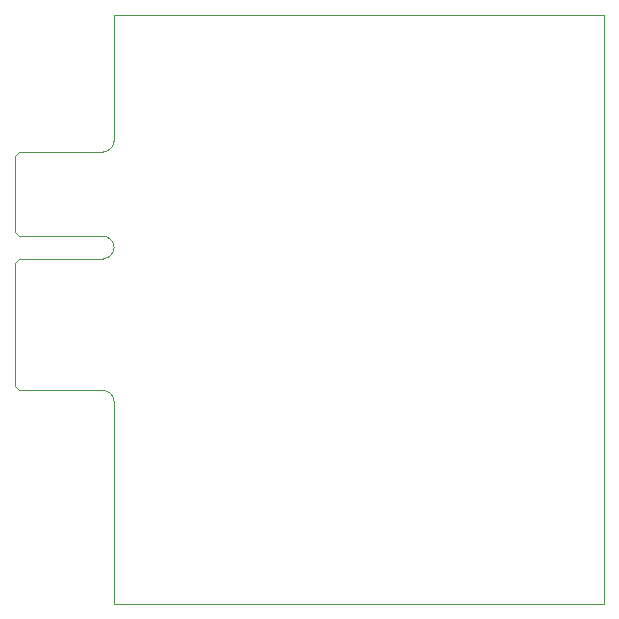
<source format=gm1>
G04 #@! TF.FileFunction,Profile,NP*
%FSLAX46Y46*%
G04 Gerber Fmt 4.6, Leading zero omitted, Abs format (unit mm)*
G04 Created by KiCad (PCBNEW 4.0.1-3.201512221402+6198~38~ubuntu14.04.1-stable) date Tue 26 Jan 2016 10:17:27 AM EST*
%MOMM*%
G01*
G04 APERTURE LIST*
%ADD10C,0.100000*%
%ADD11C,0.020000*%
G04 APERTURE END LIST*
D10*
D11*
X8450000Y0D02*
X8450000Y-9700000D01*
X8450000Y-33700000D02*
X8450000Y-49900000D01*
X49950000Y0D02*
X8450000Y0D01*
X49950000Y-49900000D02*
X8450000Y-49900000D01*
X49950000Y0D02*
X49950000Y-49900000D01*
X8450000Y-32700000D02*
X8450000Y-33700000D01*
X8450000Y-10650000D02*
X8450000Y-9700000D01*
X7500000Y-31800000D02*
G75*
G02X8450000Y-32750000I0J-950000D01*
G01*
X50000Y-31450000D02*
X400000Y-31800000D01*
X400000Y-31800000D02*
X7500000Y-31800000D01*
X50000Y-21000000D02*
X50000Y-31450000D01*
X8450000Y-10650000D02*
G75*
G02X7500000Y-11600000I-950000J0D01*
G01*
X50000Y-11950000D02*
X400000Y-11600000D01*
X400000Y-11600000D02*
X7500000Y-11600000D01*
X7500000Y-18750000D02*
X400000Y-18750000D01*
X400000Y-18750000D02*
X50000Y-18400000D01*
X50000Y-18400000D02*
X50000Y-11950000D01*
X400000Y-20650000D02*
X7500000Y-20650000D01*
X400000Y-20650000D02*
X50000Y-21000000D01*
X8450000Y-19700000D02*
G75*
G02X7500000Y-20650000I-950000J0D01*
G01*
X7500000Y-18750000D02*
G75*
G02X8450000Y-19700000I0J-950000D01*
G01*
M02*

</source>
